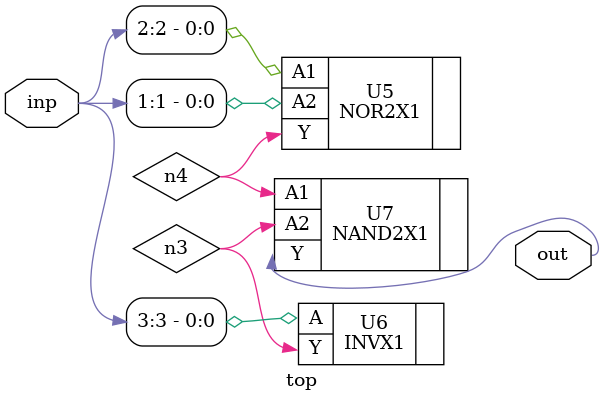
<source format=sv>


module top ( inp, out );
  input [3:0] inp;
  output out;
  wire   n3, n4;

  NOR2X1 U5 ( .A1(inp[2]), .A2(inp[1]), .Y(n4) );
  INVX1 U6 ( .A(inp[3]), .Y(n3) );
  NAND2X1 U7 ( .A1(n4), .A2(n3), .Y(out) );
endmodule


</source>
